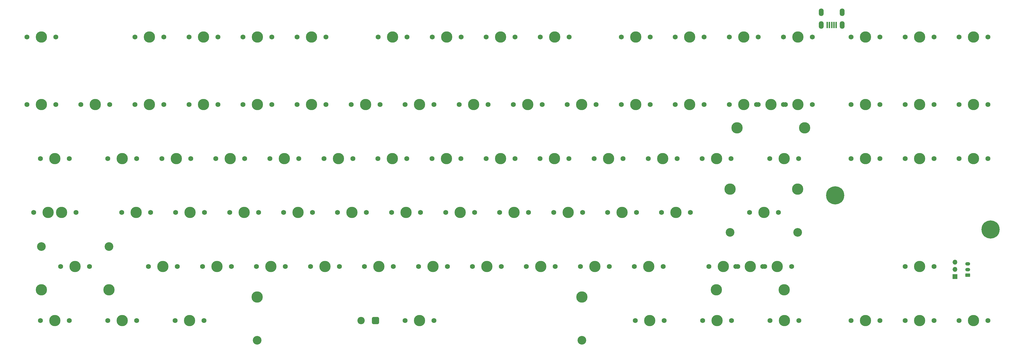
<source format=gbr>
%TF.GenerationSoftware,KiCad,Pcbnew,(7.99.0-267-g8440d7258b)*%
%TF.CreationDate,2023-05-05T04:19:59-07:00*%
%TF.ProjectId,1_2og_repro,315f326f-675f-4726-9570-726f2e6b6963,rev?*%
%TF.SameCoordinates,Original*%
%TF.FileFunction,Soldermask,Top*%
%TF.FilePolarity,Negative*%
%FSLAX46Y46*%
G04 Gerber Fmt 4.6, Leading zero omitted, Abs format (unit mm)*
G04 Created by KiCad (PCBNEW (7.99.0-267-g8440d7258b)) date 2023-05-05 04:19:59*
%MOMM*%
%LPD*%
G01*
G04 APERTURE LIST*
G04 Aperture macros list*
%AMRoundRect*
0 Rectangle with rounded corners*
0 $1 Rounding radius*
0 $2 $3 $4 $5 $6 $7 $8 $9 X,Y pos of 4 corners*
0 Add a 4 corners polygon primitive as box body*
4,1,4,$2,$3,$4,$5,$6,$7,$8,$9,$2,$3,0*
0 Add four circle primitives for the rounded corners*
1,1,$1+$1,$2,$3*
1,1,$1+$1,$4,$5*
1,1,$1+$1,$6,$7*
1,1,$1+$1,$8,$9*
0 Add four rect primitives between the rounded corners*
20,1,$1+$1,$2,$3,$4,$5,0*
20,1,$1+$1,$4,$5,$6,$7,0*
20,1,$1+$1,$6,$7,$8,$9,0*
20,1,$1+$1,$8,$9,$2,$3,0*%
G04 Aperture macros list end*
%ADD10RoundRect,0.250000X0.625000X-0.350000X0.625000X0.350000X-0.625000X0.350000X-0.625000X-0.350000X0*%
%ADD11O,1.750000X1.200000*%
%ADD12C,1.750000*%
%ADD13C,3.987800*%
%ADD14RoundRect,0.650000X0.650000X0.650000X-0.650000X0.650000X-0.650000X-0.650000X0.650000X-0.650000X0*%
%ADD15C,2.600000*%
%ADD16C,3.048000*%
%ADD17C,6.400000*%
%ADD18R,0.500000X2.250000*%
%ADD19O,1.700000X2.700000*%
%ADD20R,1.700000X1.700000*%
%ADD21O,1.700000X1.700000*%
G04 APERTURE END LIST*
D10*
%TO.C,J4*%
X347689000Y-105505000D03*
D11*
X347688999Y-103504999D03*
X347688999Y-101504999D03*
%TD*%
D12*
%TO.C,SW71*%
X135336115Y-102434638D03*
D13*
X140416115Y-102434638D03*
D12*
X145496115Y-102434638D03*
%TD*%
%TO.C,SW12*%
X263806115Y-21594638D03*
D13*
X268886115Y-21594638D03*
D12*
X273966115Y-21594638D03*
%TD*%
%TO.C,SW26*%
X187696115Y-45374638D03*
D13*
X192776115Y-45374638D03*
D12*
X197856115Y-45374638D03*
%TD*%
%TO.C,SW76*%
X230336115Y-102434638D03*
D13*
X235416115Y-102434638D03*
D12*
X240496115Y-102434638D03*
%TD*%
%TO.C,SW21*%
X92596115Y-45374638D03*
D13*
X97676115Y-45374638D03*
D12*
X102756115Y-45374638D03*
%TD*%
%TO.C,SW24*%
X149656115Y-45374638D03*
D13*
X154736115Y-45374638D03*
D12*
X159816115Y-45374638D03*
%TD*%
%TO.C,SW25*%
X168676115Y-45374638D03*
D13*
X173756115Y-45374638D03*
D12*
X178836115Y-45374638D03*
%TD*%
%TO.C,SW60*%
X163906115Y-83414638D03*
D13*
X168986115Y-83414638D03*
D12*
X174066115Y-83414638D03*
%TD*%
%TO.C,SW83*%
X45008615Y-121454638D03*
D13*
X50088615Y-121454638D03*
D12*
X55168615Y-121454638D03*
%TD*%
%TO.C,SW74*%
X192336115Y-102434638D03*
D13*
X197416115Y-102434638D03*
D12*
X202496115Y-102434638D03*
%TD*%
%TO.C,SW9*%
X197206115Y-21594638D03*
D13*
X202286115Y-21594638D03*
D12*
X207366115Y-21594638D03*
%TD*%
%TO.C,SW32*%
X306606115Y-45374638D03*
D13*
X311686115Y-45374638D03*
D12*
X316766115Y-45374638D03*
%TD*%
%TO.C,SW53*%
X23638615Y-83414638D03*
D13*
X28718615Y-83414638D03*
D12*
X33798615Y-83414638D03*
%TD*%
%TO.C,SW90*%
X325626115Y-121454638D03*
D13*
X330706115Y-121454638D03*
D12*
X335786115Y-121454638D03*
%TD*%
%TO.C,SW65*%
X270846088Y-83414669D03*
D13*
X275926088Y-83414669D03*
D12*
X281006088Y-83414669D03*
%TD*%
%TO.C,SW84*%
X68711115Y-121454638D03*
D13*
X73791115Y-121454638D03*
D12*
X78871115Y-121454638D03*
%TD*%
%TO.C,SW39*%
X102056115Y-64394638D03*
D13*
X107136115Y-64394638D03*
D12*
X112216115Y-64394638D03*
%TD*%
%TO.C,SW86*%
X230631115Y-121454638D03*
D13*
X235711115Y-121454638D03*
D12*
X240791115Y-121454638D03*
%TD*%
%TO.C,SW63*%
X220926115Y-83414638D03*
D13*
X226006115Y-83414638D03*
D12*
X231086115Y-83414638D03*
%TD*%
%TO.C,SW35*%
X21246115Y-64394638D03*
D13*
X26326115Y-64394638D03*
D12*
X31406115Y-64394638D03*
%TD*%
%TO.C,SW15*%
X325626115Y-21591179D03*
D13*
X330706115Y-21591179D03*
D12*
X335786115Y-21591179D03*
%TD*%
D14*
%TO.C,JP1*%
X139192000Y-121451498D03*
D15*
X134112000Y-121451498D03*
%TD*%
D12*
%TO.C,SW47*%
X254216115Y-64394638D03*
D13*
X259296115Y-64394638D03*
D12*
X264376115Y-64394638D03*
%TD*%
D16*
%TO.C,S4*%
X21589865Y-95449638D03*
D13*
X21589865Y-110689638D03*
D16*
X45402365Y-95449638D03*
D13*
X45402365Y-110689638D03*
%TD*%
D12*
%TO.C,SW41*%
X140096115Y-64394638D03*
D13*
X145176115Y-64394638D03*
D12*
X150256115Y-64394638D03*
%TD*%
%TO.C,SW62*%
X201926115Y-83414638D03*
D13*
X207006115Y-83414638D03*
D12*
X212086115Y-83414638D03*
%TD*%
%TO.C,SW89*%
X306606115Y-121454638D03*
D13*
X311686115Y-121454638D03*
D12*
X316766115Y-121454638D03*
%TD*%
%TO.C,SW49*%
X306606115Y-64394638D03*
D13*
X311686115Y-64394638D03*
D12*
X316766115Y-64394638D03*
%TD*%
%TO.C,SW28*%
X225736115Y-45374638D03*
D13*
X230816115Y-45374638D03*
D12*
X235896115Y-45374638D03*
%TD*%
%TO.C,SW10*%
X225736115Y-21594638D03*
D13*
X230816115Y-21594638D03*
D12*
X235896115Y-21594638D03*
%TD*%
%TO.C,SW1*%
X16516115Y-21594638D03*
D13*
X21596115Y-21594638D03*
D12*
X26676115Y-21594638D03*
%TD*%
%TO.C,SW70*%
X116336115Y-102434638D03*
D13*
X121416115Y-102434638D03*
D12*
X126496115Y-102434638D03*
%TD*%
%TO.C,SW13*%
X282826115Y-21594638D03*
D13*
X287906115Y-21594638D03*
D12*
X292986115Y-21594638D03*
%TD*%
%TO.C,SW87*%
X254358615Y-121454638D03*
D13*
X259438615Y-121454638D03*
D12*
X264518615Y-121454638D03*
%TD*%
%TO.C,SW11*%
X244756115Y-21594638D03*
D13*
X249836115Y-21594638D03*
D12*
X254916115Y-21594638D03*
%TD*%
%TO.C,SW27*%
X206716115Y-45374638D03*
D13*
X211796115Y-45374638D03*
D12*
X216876115Y-45374638D03*
%TD*%
%TO.C,SW37*%
X64016115Y-64394638D03*
D13*
X69096115Y-64394638D03*
D12*
X74176115Y-64394638D03*
%TD*%
%TO.C,SW5*%
X111616534Y-21599485D03*
D13*
X116696534Y-21599485D03*
D12*
X121776534Y-21599485D03*
%TD*%
D17*
%TO.C,H1*%
X301009027Y-77392443D03*
%TD*%
D12*
%TO.C,SW4*%
X92596534Y-21599485D03*
D13*
X97676534Y-21599485D03*
D12*
X102756534Y-21599485D03*
%TD*%
%TO.C,SW23*%
X130636115Y-45374638D03*
D13*
X135716115Y-45374638D03*
D12*
X140796115Y-45374638D03*
%TD*%
%TO.C,SW42*%
X159116115Y-64394638D03*
D13*
X164196115Y-64394638D03*
D12*
X169276115Y-64394638D03*
%TD*%
%TO.C,SW91*%
X344646115Y-121454638D03*
D13*
X349726115Y-121454638D03*
D12*
X354806115Y-121454638D03*
%TD*%
%TO.C,SW22*%
X111616115Y-45374638D03*
D13*
X116696115Y-45374638D03*
D12*
X121776115Y-45374638D03*
%TD*%
%TO.C,SW64*%
X239926115Y-83414638D03*
D13*
X245006115Y-83414638D03*
D12*
X250086115Y-83414638D03*
%TD*%
%TO.C,SW81*%
X325626115Y-102434638D03*
D13*
X330706115Y-102434638D03*
D12*
X335786115Y-102434638D03*
%TD*%
%TO.C,SW52*%
X18876115Y-83414638D03*
D13*
X23956115Y-83414638D03*
D12*
X29036115Y-83414638D03*
%TD*%
%TO.C,SW30*%
X273301115Y-45374638D03*
D13*
X278381115Y-45374638D03*
D12*
X283461115Y-45374638D03*
%TD*%
%TO.C,SW51*%
X344646115Y-64394638D03*
D13*
X349726115Y-64394638D03*
D12*
X354806115Y-64394638D03*
%TD*%
%TO.C,SW34*%
X344646115Y-45374638D03*
D13*
X349726115Y-45374638D03*
D12*
X354806115Y-45374638D03*
%TD*%
%TO.C,SW66*%
X28416115Y-102434638D03*
D13*
X33496115Y-102434638D03*
D12*
X38576115Y-102434638D03*
%TD*%
%TO.C,SW8*%
X178186115Y-21594638D03*
D13*
X183266115Y-21594638D03*
D12*
X188346115Y-21594638D03*
%TD*%
%TO.C,SW36*%
X44996115Y-64394638D03*
D13*
X50076115Y-64394638D03*
D12*
X55156115Y-64394638D03*
%TD*%
%TO.C,SW68*%
X78336115Y-102434638D03*
D13*
X83416115Y-102434638D03*
D12*
X88496115Y-102434638D03*
%TD*%
%TO.C,SW19*%
X54556115Y-45374638D03*
D13*
X59636115Y-45374638D03*
D12*
X64716115Y-45374638D03*
%TD*%
%TO.C,SW73*%
X173336115Y-102434638D03*
D13*
X178416115Y-102434638D03*
D12*
X183496115Y-102434638D03*
%TD*%
%TO.C,SW78*%
X266061115Y-102434638D03*
D13*
X271141115Y-102434638D03*
D12*
X276221115Y-102434638D03*
%TD*%
D13*
%TO.C,S2*%
X259234865Y-110689638D03*
X283047365Y-110689638D03*
%TD*%
D12*
%TO.C,SW61*%
X182926115Y-83414638D03*
D13*
X188006115Y-83414638D03*
D12*
X193086115Y-83414638D03*
%TD*%
%TO.C,SW43*%
X178136115Y-64394638D03*
D13*
X183216115Y-64394638D03*
D12*
X188296115Y-64394638D03*
%TD*%
%TO.C,SW33*%
X325626115Y-45374638D03*
D13*
X330706115Y-45374638D03*
D12*
X335786115Y-45374638D03*
%TD*%
%TO.C,SW88*%
X278076115Y-121454638D03*
D13*
X283156115Y-121454638D03*
D12*
X288236115Y-121454638D03*
%TD*%
D18*
%TO.C,J2*%
X298196114Y-17349999D03*
X298996114Y-17349999D03*
X299796114Y-17349999D03*
X300596114Y-17349999D03*
X301396114Y-17349999D03*
D19*
X303446114Y-12849999D03*
X296146114Y-12849999D03*
X303446114Y-17349999D03*
X296146114Y-17349999D03*
%TD*%
D12*
%TO.C,SW56*%
X87886115Y-83414638D03*
D13*
X92966115Y-83414638D03*
D12*
X98046115Y-83414638D03*
%TD*%
D16*
%TO.C,S5*%
X211897529Y-128436498D03*
D13*
X211897529Y-113196498D03*
D16*
X97597529Y-128436498D03*
D13*
X97597529Y-113196498D03*
%TD*%
D12*
%TO.C,SW40*%
X121076115Y-64394638D03*
D13*
X126156115Y-64394638D03*
D12*
X131236115Y-64394638D03*
%TD*%
%TO.C,SW20*%
X73576115Y-45374638D03*
D13*
X78656115Y-45374638D03*
D12*
X83736115Y-45374638D03*
%TD*%
%TO.C,SW69*%
X97336115Y-102434638D03*
D13*
X102416115Y-102434638D03*
D12*
X107496115Y-102434638D03*
%TD*%
%TO.C,SW16*%
X344646115Y-21594638D03*
D13*
X349726115Y-21594638D03*
D12*
X354806115Y-21594638D03*
%TD*%
%TO.C,SW7*%
X159166115Y-21594638D03*
D13*
X164246115Y-21594638D03*
D12*
X169326115Y-21594638D03*
%TD*%
%TO.C,SW67*%
X59336115Y-102434638D03*
D13*
X64416115Y-102434638D03*
D12*
X69496115Y-102434638D03*
%TD*%
%TO.C,SW50*%
X325626115Y-64394638D03*
D13*
X330706115Y-64394638D03*
D12*
X335786115Y-64394638D03*
%TD*%
%TO.C,SW72*%
X154336115Y-102434638D03*
D13*
X159416115Y-102434638D03*
D12*
X164496115Y-102434638D03*
%TD*%
%TO.C,SW3*%
X73576534Y-21599485D03*
D13*
X78656534Y-21599485D03*
D12*
X83736534Y-21599485D03*
%TD*%
%TO.C,SW57*%
X106886115Y-83414638D03*
D13*
X111966115Y-83414638D03*
D12*
X117046115Y-83414638D03*
%TD*%
D16*
%TO.C,S3*%
X287832338Y-90399669D03*
D13*
X287832338Y-75159669D03*
D16*
X264019838Y-90399669D03*
D13*
X264019838Y-75159669D03*
%TD*%
D17*
%TO.C,H2*%
X355726066Y-89414572D03*
%TD*%
D12*
%TO.C,SW77*%
X256551115Y-102434638D03*
D13*
X261631115Y-102434638D03*
D12*
X266711115Y-102434638D03*
%TD*%
%TO.C,SW59*%
X144886115Y-83414638D03*
D13*
X149966115Y-83414638D03*
D12*
X155046115Y-83414638D03*
%TD*%
%TO.C,SW44*%
X197156115Y-64394638D03*
D13*
X202236115Y-64394638D03*
D12*
X207316115Y-64394638D03*
%TD*%
%TO.C,SW29*%
X244756115Y-45374638D03*
D13*
X249836115Y-45374638D03*
D12*
X254916115Y-45374638D03*
%TD*%
%TO.C,SW82*%
X21266115Y-121454638D03*
D13*
X26346115Y-121454638D03*
D12*
X31426115Y-121454638D03*
%TD*%
%TO.C,SW75*%
X211336115Y-102434638D03*
D13*
X216416115Y-102434638D03*
D12*
X221496115Y-102434638D03*
%TD*%
%TO.C,SW55*%
X68886115Y-83414638D03*
D13*
X73966115Y-83414638D03*
D12*
X79046115Y-83414638D03*
%TD*%
%TO.C,SW38*%
X83036115Y-64394638D03*
D13*
X88116115Y-64394638D03*
D12*
X93196115Y-64394638D03*
%TD*%
%TO.C,SW80*%
X282811115Y-45374638D03*
D13*
X287891115Y-45374638D03*
D12*
X292971115Y-45374638D03*
%TD*%
%TO.C,SW14*%
X306606115Y-21594638D03*
D13*
X311686115Y-21594638D03*
D12*
X316766115Y-21594638D03*
%TD*%
%TO.C,SW48*%
X278031115Y-64394638D03*
D13*
X283111115Y-64394638D03*
D12*
X288191115Y-64394638D03*
%TD*%
%TO.C,SW31*%
X263791115Y-45374638D03*
D13*
X268871115Y-45374638D03*
D12*
X273951115Y-45374638D03*
%TD*%
%TO.C,SW79*%
X275571115Y-102434638D03*
D13*
X280651115Y-102434638D03*
D12*
X285731115Y-102434638D03*
%TD*%
%TO.C,SW6*%
X140146115Y-21594638D03*
D13*
X145226115Y-21594638D03*
D12*
X150306115Y-21594638D03*
%TD*%
D13*
%TO.C,S1*%
X266474865Y-53629638D03*
X290287365Y-53629638D03*
%TD*%
D12*
%TO.C,SW46*%
X235196115Y-64394638D03*
D13*
X240276115Y-64394638D03*
D12*
X245356115Y-64394638D03*
%TD*%
D20*
%TO.C,J3*%
X343206114Y-105984628D03*
D21*
X343206114Y-103444628D03*
X343206114Y-100904628D03*
%TD*%
D12*
%TO.C,SW45*%
X216176115Y-64394638D03*
D13*
X221256115Y-64394638D03*
D12*
X226336115Y-64394638D03*
%TD*%
%TO.C,SW17*%
X16516115Y-45374638D03*
D13*
X21596115Y-45374638D03*
D12*
X26676115Y-45374638D03*
%TD*%
%TO.C,SW54*%
X49886115Y-83414638D03*
D13*
X54966115Y-83414638D03*
D12*
X60046115Y-83414638D03*
%TD*%
%TO.C,SW2*%
X54556534Y-21599485D03*
D13*
X59636534Y-21599485D03*
D12*
X64716534Y-21599485D03*
%TD*%
%TO.C,SW58*%
X125886115Y-83414638D03*
D13*
X130966115Y-83414638D03*
D12*
X136046115Y-83414638D03*
%TD*%
%TO.C,SW85*%
X149667529Y-121451498D03*
D13*
X154747529Y-121451498D03*
D12*
X159827529Y-121451498D03*
%TD*%
%TO.C,SW18*%
X35536115Y-45374638D03*
D13*
X40616115Y-45374638D03*
D12*
X45696115Y-45374638D03*
%TD*%
M02*

</source>
